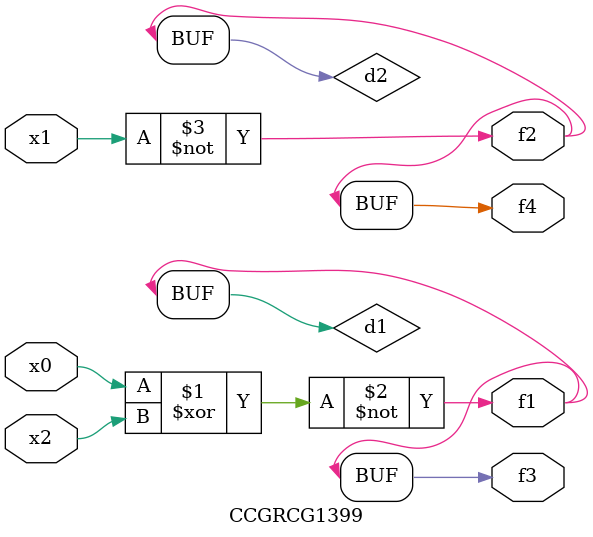
<source format=v>
module CCGRCG1399(
	input x0, x1, x2,
	output f1, f2, f3, f4
);

	wire d1, d2, d3;

	xnor (d1, x0, x2);
	nand (d2, x1);
	nor (d3, x1, x2);
	assign f1 = d1;
	assign f2 = d2;
	assign f3 = d1;
	assign f4 = d2;
endmodule

</source>
